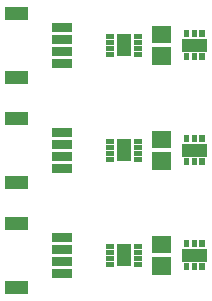
<source format=gbr>
G04 start of page 7 for group -4063 idx -4063 *
G04 Title: (unknown), componentmask *
G04 Creator: pcb 20140316 *
G04 CreationDate: Sat 14 Dec 2019 03:41:57 AM GMT UTC *
G04 For: railfan *
G04 Format: Gerber/RS-274X *
G04 PCB-Dimensions (mil): 900.00 2000.00 *
G04 PCB-Coordinate-Origin: lower left *
%MOIN*%
%FSLAX25Y25*%
%LNTOPMASK*%
%ADD38R,0.0414X0.0414*%
%ADD37R,0.0158X0.0158*%
%ADD36R,0.0454X0.0454*%
%ADD35R,0.0178X0.0178*%
%ADD34R,0.0572X0.0572*%
%ADD33R,0.0444X0.0444*%
%ADD32R,0.0296X0.0296*%
G54D32*X24630Y192406D02*X28370D01*
X24630Y188469D02*X28370D01*
X24630Y184531D02*X28370D01*
X24630Y180594D02*X28370D01*
G54D33*X9620Y175919D02*X12868D01*
X9620Y197081D02*X12868D01*
G54D32*X24630Y157406D02*X28370D01*
X24630Y153469D02*X28370D01*
X24630Y149531D02*X28370D01*
X24630Y145594D02*X28370D01*
X24630Y122406D02*X28370D01*
X24630Y118469D02*X28370D01*
X24630Y114531D02*X28370D01*
X24630Y110594D02*X28370D01*
G54D33*X9620Y140919D02*X12868D01*
X9620Y162081D02*X12868D01*
X9620Y105919D02*X12868D01*
X9620Y127081D02*X12868D01*
G54D34*X59107Y182957D02*X59893D01*
G54D35*X67941D02*Y182366D01*
X70500Y182957D02*Y182366D01*
X73059Y182957D02*Y182366D01*
G54D36*X68531Y186500D02*X72469D01*
G54D34*X59107Y190043D02*X59893D01*
G54D35*X73059Y190634D02*Y190043D01*
X70500Y190634D02*Y190043D01*
X67941Y190634D02*Y190043D01*
G54D37*X41783Y189453D02*X42965D01*
X41783Y187484D02*X42965D01*
X41783Y185516D02*X42965D01*
X41783Y183547D02*X42965D01*
X51035D02*X52217D01*
X51035Y185516D02*X52217D01*
X51035Y187484D02*X52217D01*
X51035Y189453D02*X52217D01*
G54D38*X47000Y187878D02*Y185122D01*
G54D36*Y187878D02*Y185122D01*
G54D34*X59107Y147957D02*X59893D01*
X59107Y155043D02*X59893D01*
G54D35*X67941Y147957D02*Y147366D01*
X70500Y147957D02*Y147366D01*
X73059Y147957D02*Y147366D01*
G54D36*X68531Y151500D02*X72469D01*
G54D37*X41783Y154453D02*X42965D01*
G54D35*X73059Y155634D02*Y155043D01*
X70500Y155634D02*Y155043D01*
X67941Y155634D02*Y155043D01*
G54D37*X41783Y152484D02*X42965D01*
X41783Y150516D02*X42965D01*
X41783Y148547D02*X42965D01*
X51035D02*X52217D01*
X51035Y150516D02*X52217D01*
X51035Y152484D02*X52217D01*
X51035Y154453D02*X52217D01*
G54D38*X47000Y152878D02*Y150122D01*
G54D36*Y152878D02*Y150122D01*
G54D34*X59107Y112957D02*X59893D01*
X59107Y120043D02*X59893D01*
G54D35*X73059Y120634D02*Y120043D01*
X70500Y120634D02*Y120043D01*
X67941Y120634D02*Y120043D01*
Y112957D02*Y112366D01*
X70500Y112957D02*Y112366D01*
X73059Y112957D02*Y112366D01*
G54D36*X68531Y116500D02*X72469D01*
G54D37*X41783Y119453D02*X42965D01*
X41783Y117484D02*X42965D01*
X41783Y115516D02*X42965D01*
X41783Y113547D02*X42965D01*
X51035D02*X52217D01*
X51035Y115516D02*X52217D01*
X51035Y117484D02*X52217D01*
X51035Y119453D02*X52217D01*
G54D38*X47000Y117878D02*Y115122D01*
G54D36*Y117878D02*Y115122D01*
M02*

</source>
